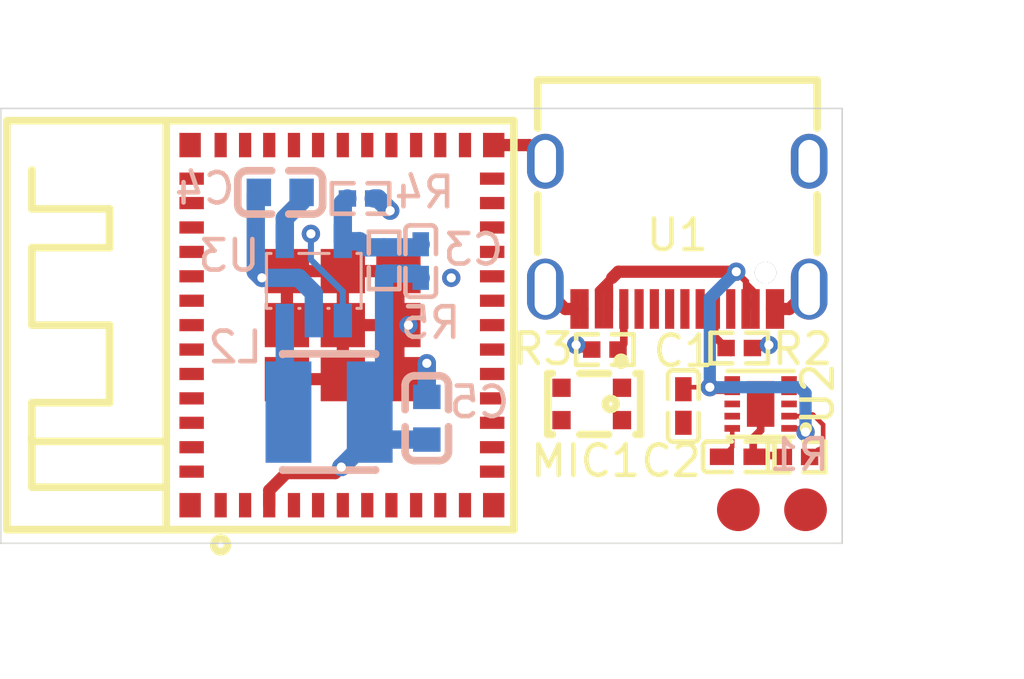
<source format=kicad_pcb>
(kicad_pcb (version 20241229) (generator "pcbnew") (generator_version "9.0")
  (layers (0 "F.Cu" signal) (2 "B.Cu" signal) (13 "F.Paste" user) (15 "B.Paste" user) (5 "F.SilkS" user "F.Silkscreen") (7 "B.SilkS" user "B.Silkscreen") (1 "F.Mask" user) (3 "B.Mask" user) (25 "Edge.Cuts" user))
  (net 0 "")
  (net 1 "OUT")
  (net 2 "NC")
  (net 3 "CHG")
  (net 4 "PG")
  (net 5 "ISET")
  (net 6 "PRETERM")
  (net 7 "TS")
  (net 8 "uc.footprint.pins[8].net-net")
  (net 9 "uc-net-5")
  (net 10 "uc-net-12")
  (net 11 "uc.footprint.pins[1].net-net")
  (net 12 "uc.footprint.pins[6].net-net")
  (net 13 "CC1")
  (net 14 "uc-net")
  (net 15 "uc-net-14")
  (net 16 "uc-net-6")
  (net 17 "uc.footprint.pins[33].net-net")
  (net 18 "uc.footprint.pins[17].net-net")
  (net 19 "uc-net-1")
  (net 20 "uc.footprint.pins[60].net-net")
  (net 21 "uc-net-7")
  (net 22 "uc-line")
  (net 23 "SUB1")
  (net 24 "uc-net-10")
  (net 25 "uc-net-4")
  (net 26 "DP1")
  (net 27 "uc.footprint.pins[28].net-net")
  (net 28 "uc-line-1")
  (net 29 "uc-net-16")
  (net 30 "uc-net-13")
  (net 31 "uc-net-9")
  (net 32 "uc.footprint.pins[13].net-net")
  (net 33 "uc.footprint.pins[58].net-net")
  (net 34 "SUB2")
  (net 35 "uc-net-15")
  (net 36 "uc-net-8")
  (net 37 "DN1")
  (net 38 "uc.footprint.pins[12].net-net")
  (net 39 "B5")
  (net 40 "uc-net-11")
  (net 41 "uc-net-2")
  (net 42 "uc-net-3")
  (net 43 "uc.footprint.pins[27].net-net")
  (net 44 "EN")
  (net 45 "SW")
  (net 46 "FB")
  (net 47 "gnd")
  (net 48 "VCC")
  (net 49 "hv")
  (net 50 "hv-1")
  (footprint "atopile:C0402-b3ef17" (layer "F.Cu") (at 88.41218 63.663949)
    (property "Reference" "C2" (at -2.21218 0.136051 180) (layer "F.SilkS"))
    (property "Value" "1µF ±10% 25V X5R")
    (fp_line (start -1.17 0.35) (end -1.17 -0.35) (stroke (width 0.15)) (layer "F.SilkS"))
    (fp_line (start -1.02 -0.5) (end -0.23 -0.5) (stroke (width 0.15)) (layer "F.SilkS"))
    (fp_line (start -0.23 0.5) (end -1.02 0.5) (stroke (width 0.15)) (layer "F.SilkS"))
    (fp_line (start 0.23 0.5) (end 1.02 0.5) (stroke (width 0.15)) (layer "F.SilkS"))
    (fp_line (start 1.02 -0.5) (end 0.23 -0.5) (stroke (width 0.15)) (layer "F.SilkS"))
    (fp_line (start 1.17 0.35) (end 1.17 -0.35) (stroke (width 0.15)) (layer "F.SilkS"))
    (fp_arc (start -1.17 -0.35) (mid -1.126066 -0.456066) (end -1.02 -0.5) (stroke (width 0.15)) (layer "F.SilkS"))
    (fp_arc (start -1.02 0.5) (mid -1.126066 0.456066) (end -1.17 0.35) (stroke (width 0.15)) (layer "F.SilkS"))
    (fp_arc (start 1.02 -0.5) (mid 1.126066 -0.456066) (end 1.17 -0.35) (stroke (width 0.15)) (layer "F.SilkS"))
    (fp_arc (start 1.17 0.35) (mid 1.126066 0.456066) (end 1.02 0.5) (stroke (width 0.15)) (layer "F.SilkS"))
    (pad "1" smd rect (at -0.55 0) (size 0.79 0.54) (layers "F.Cu" "F.Mask" "F.Paste") (net 49 "hv"))
    (pad "2" smd rect (at 0.55 0) (size 0.79 0.54) (layers "F.Cu" "F.Mask" "F.Paste") (net 47 "gnd"))
  )
  (footprint "atopile:R0402-56259e" (layer "F.Cu") (at 90.304343 63.669159 180)
    (property "Reference" "R1" (at -0.095657 0.069159 0) (layer "B.SilkS") (effects (justify mirror)))
    (property "Value" "560Ω ±1% 62.5mW")
    (fp_line (start 0.94 0.5) (end 0.94 -0.5) (stroke (width 0.15)) (layer "F.SilkS"))
    (fp_line (start 0.94 -0.5) (end 0.23 -0.5) (stroke (width 0.15)) (layer "F.SilkS"))
    (fp_line (start 0.23 0.5) (end 0.94 0.5) (stroke (width 0.15)) (layer "F.SilkS"))
    (fp_line (start -0.23 0.5) (end -0.94 0.5) (stroke (width 0.15)) (layer "F.SilkS"))
    (fp_line (start -0.94 0.5) (end -0.94 -0.5) (stroke (width 0.15)) (layer "F.SilkS"))
    (fp_line (start -0.94 -0.5) (end -0.23 -0.5) (stroke (width 0.15)) (layer "F.SilkS"))
    (pad "1" smd rect (at -0.43 0 180) (size 0.57 0.54) (layers "F.Cu" "F.Mask" "F.Paste") (net 5 "ISET"))
    (pad "2" smd rect (at 0.43 0 180) (size 0.57 0.54) (layers "F.Cu" "F.Mask" "F.Paste") (net 47 "gnd"))
  )
  (footprint "atopile:MIC-SMD_4P-L2.8-W1.9-P1.84-TL-8e01f2" (layer "F.Cu") (at 83.6 61.9325 -90)
    (property "Reference" "MIC1" (at 1.8675 0.2 180) (layer "F.SilkS"))
    (property "Value" "")
    (fp_line (start -1 1.44) (end 1 1.44) (stroke (width 0.25)) (layer "F.SilkS"))
    (fp_line (start -1 1.29) (end -1 1.44) (stroke (width 0.25)) (layer "F.SilkS"))
    (fp_line (start 1 1.29) (end 1 1.44) (stroke (width 0.25)) (layer "F.SilkS"))
    (fp_line (start -1 -0.55) (end -1 0.39) (stroke (width 0.25)) (layer "F.SilkS"))
    (fp_line (start 1 -0.55) (end 1 0.39) (stroke (width 0.25)) (layer "F.SilkS"))
    (fp_line (start -1 -1.6) (end -1 -1.45) (stroke (width 0.25)) (layer "F.SilkS"))
    (fp_line (start -1 -1.6) (end 1 -1.6) (stroke (width 0.25)) (layer "F.SilkS"))
    (fp_line (start 1 -1.6) (end 1 -1.45) (stroke (width 0.25)) (layer "F.SilkS"))
    (fp_circle (center 0 -0.62) (end 0.18 -0.62) (stroke (width 0.25)) (fill no) (layer "F.SilkS"))
    (fp_circle (center -1.4 -0.96) (end -1.27 -0.96) (stroke (width 0.25)) (fill no) (layer "F.SilkS"))
    (pad "1" smd rect (at -0.53 -0.99 270) (size 0.6 0.6) (layers "F.Cu" "F.Mask" "F.Paste") (net 1 "OUT"))
    (pad "2" smd rect (at -0.53 0.99 270) (size 0.6 0.6) (layers "F.Cu" "F.Mask" "F.Paste") (net 47 "gnd"))
    (pad "3" smd rect (at 0.53 0.99 270) (size 0.6 0.6) (layers "F.Cu" "F.Mask" "F.Paste") (net 47 "gnd"))
    (pad "4" smd rect (at 0.53 -0.99 270) (size 0.6 0.6) (layers "F.Cu" "F.Mask" "F.Paste") (net 48 "VCC"))
  )
  (footprint "atopile:R0402-56259e" (layer "F.Cu") (at 84.03 60.15 180)
    (property "Reference" "R3" (at 2.03 0.0175 0) (layer "F.SilkS"))
    (property "Value" "5.1kΩ ±1% 62.5mW")
    (fp_line (start 0.94 0.5) (end 0.94 -0.5) (stroke (width 0.15)) (layer "F.SilkS"))
    (fp_line (start 0.94 -0.5) (end 0.23 -0.5) (stroke (width 0.15)) (layer "F.SilkS"))
    (fp_line (start 0.23 0.5) (end 0.94 0.5) (stroke (width 0.15)) (layer "F.SilkS"))
    (fp_line (start -0.23 0.5) (end -0.94 0.5) (stroke (width 0.15)) (layer "F.SilkS"))
    (fp_line (start -0.94 0.5) (end -0.94 -0.5) (stroke (width 0.15)) (layer "F.SilkS"))
    (fp_line (start -0.94 -0.5) (end -0.23 -0.5) (stroke (width 0.15)) (layer "F.SilkS"))
    (pad "1" smd rect (at -0.43 0 180) (size 0.57 0.54) (layers "F.Cu" "F.Mask" "F.Paste") (net 39 "B5"))
    (pad "2" smd rect (at 0.43 0 180) (size 0.57 0.54) (layers "F.Cu" "F.Mask" "F.Paste") (net 47 "gnd"))
  )
  (footprint "atopile:WIRELM-SMD_AI-THINKER_PB-03-d07667" (layer "F.Cu") (at 75.42 59.35 90)
    (property "Reference" "L1" (hide yes))
    (property "Value" "")
    (fp_line (start 6.7 -10.97) (end 6.7 5.63) (stroke (width 0.25)) (layer "F.SilkS"))
    (fp_line (start -6.7 -10.97) (end 6.7 -10.97) (stroke (width 0.25)) (layer "F.SilkS"))
    (fp_line (start -6.7 -10.97) (end -6.7 5.63) (stroke (width 0.25)) (layer "F.SilkS"))
    (fp_line (start -3.81 -10.16) (end -3.67 -10.16) (stroke (width 0.25)) (layer "F.SilkS"))
    (fp_line (start -3.81 -10.16) (end -3.81 -10.16) (stroke (width 0.25)) (layer "F.SilkS"))
    (fp_line (start 3.81 -10.15) (end 5.08 -10.15) (stroke (width 0.25)) (layer "F.SilkS"))
    (fp_line (start 2.54 -10.15) (end 2.54 -7.61) (stroke (width 0.25)) (layer "F.SilkS"))
    (fp_line (start 0 -10.15) (end 2.54 -10.15) (stroke (width 0.25)) (layer "F.SilkS"))
    (fp_line (start -2.54 -10.15) (end -2.54 -7.61) (stroke (width 0.25)) (layer "F.SilkS"))
    (fp_line (start -5.31 -10.15) (end -2.54 -10.15) (stroke (width 0.25)) (layer "F.SilkS"))
    (fp_line (start 3.81 -7.61) (end 3.81 -10.15) (stroke (width 0.25)) (layer "F.SilkS"))
    (fp_line (start 2.54 -7.61) (end 3.81 -7.61) (stroke (width 0.25)) (layer "F.SilkS"))
    (fp_line (start 0 -7.61) (end 0 -10.15) (stroke (width 0.25)) (layer "F.SilkS"))
    (fp_line (start -2.54 -7.61) (end 0 -7.61) (stroke (width 0.25)) (layer "F.SilkS"))
    (fp_line (start -3.81 -6.35) (end -3.81 -10.16) (stroke (width 0.25)) (layer "F.SilkS"))
    (fp_line (start -3.81 -6.35) (end -3.81 -5.75) (stroke (width 0.25)) (layer "F.SilkS"))
    (fp_line (start -5.31 -5.75) (end -5.31 -10.15) (stroke (width 0.25)) (layer "F.SilkS"))
    (fp_line (start -6.7 -5.75) (end 6.7 -5.75) (stroke (width 0.25)) (layer "F.SilkS"))
    (fp_line (start -6.7 5.63) (end 6.7 5.63) (stroke (width 0.25)) (layer "F.SilkS"))
    (fp_circle (center -7.2 -3.97) (end -7.1 -3.97) (stroke (width 0.25)) (fill no) (layer "F.SilkS"))
    (pad "1" smd rect (at -5.9 -3.97 180) (size 0.4 0.8) (layers "F.Cu" "F.Mask" "F.Paste") (net 47 "gnd"))
    (pad "2" smd rect (at -5.9 -3.17 180) (size 0.4 0.8) (layers "F.Cu" "F.Mask" "F.Paste") (net 47 "gnd"))
    (pad "3" smd rect (at -5.9 -2.38 180) (size 0.4 0.8) (layers "F.Cu" "F.Mask" "F.Paste") (net 48 "VCC"))
    (pad "4" smd rect (at -5.9 -1.57 180) (size 0.4 0.8) (layers "F.Cu" "F.Mask" "F.Paste") (net 17 "uc.footprint.pins[33].net-net"))
    (pad "5" smd rect (at -5.9 -0.78 180) (size 0.4 0.8) (layers "F.Cu" "F.Mask" "F.Paste") (net 40 "uc-net-11"))
    (pad "6" smd rect (at -5.9 0.03 180) (size 0.4 0.8) (layers "F.Cu" "F.Mask" "F.Paste") (net 10 "uc-net-12"))
    (pad "7" smd rect (at -5.9 0.83 180) (size 0.4 0.8) (layers "F.Cu" "F.Mask" "F.Paste") (net 33 "uc.footprint.pins[58].net-net"))
    (pad "8" smd rect (at -5.9 1.62 180) (size 0.4 0.8) (layers "F.Cu" "F.Mask" "F.Paste") (net 36 "uc-net-8"))
    (pad "9" smd rect (at -5.9 2.43 180) (size 0.4 0.8) (layers "F.Cu" "F.Mask" "F.Paste") (net 20 "uc.footprint.pins[60].net-net"))
    (pad "10" smd rect (at -5.9 3.22 180) (size 0.4 0.8) (layers "F.Cu" "F.Mask" "F.Paste") (net 11 "uc.footprint.pins[1].net-net"))
    (pad "11" smd rect (at -5.9 4.03 180) (size 0.4 0.8) (layers "F.Cu" "F.Mask" "F.Paste") (net 47 "gnd"))
    (pad "12" smd rect (at -4.8 4.92 270) (size 0.4 0.8) (layers "F.Cu" "F.Mask" "F.Paste") (net 24 "uc-net-10"))
    (pad "13" smd rect (at -4 4.92 270) (size 0.4 0.8) (layers "F.Cu" "F.Mask" "F.Paste") (net 31 "uc-net-9"))
    (pad "14" smd rect (at -3.2 4.92 270) (size 0.4 0.8) (layers "F.Cu" "F.Mask" "F.Paste") (net 47 "gnd"))
    (pad "15" smd rect (at -2.4 4.92 270) (size 0.4 0.8) (layers "F.Cu" "F.Mask" "F.Paste") (net 12 "uc.footprint.pins[6].net-net"))
    (pad "16" smd rect (at -1.6 4.92 270) (size 0.4 0.8) (layers "F.Cu" "F.Mask" "F.Paste") (net 16 "uc-net-6"))
    (pad "17" smd rect (at -0.8 4.92 270) (size 0.4 0.8) (layers "F.Cu" "F.Mask" "F.Paste") (net 8 "uc.footprint.pins[8].net-net"))
    (pad "18" smd rect (at 0 4.92 270) (size 0.4 0.8) (layers "F.Cu" "F.Mask" "F.Paste") (net 14 "uc-net"))
    (pad "19" smd rect (at 0.8 4.92 270) (size 0.4 0.8) (layers "F.Cu" "F.Mask" "F.Paste") (net 9 "uc-net-5"))
    (pad "20" smd rect (at 1.6 4.92 270) (size 0.4 0.8) (layers "F.Cu" "F.Mask" "F.Paste") (net 38 "uc.footprint.pins[12].net-net"))
    (pad "21" smd rect (at 2.4 4.92 270) (size 0.4 0.8) (layers "F.Cu" "F.Mask" "F.Paste") (net 32 "uc.footprint.pins[13].net-net"))
    (pad "22" smd rect (at 3.2 4.92 270) (size 0.4 0.8) (layers "F.Cu" "F.Mask" "F.Paste") (net 15 "uc-net-14"))
    (pad "23" smd rect (at 4 4.92 270) (size 0.4 0.8) (layers "F.Cu" "F.Mask" "F.Paste") (net 41 "uc-net-2"))
    (pad "24" smd rect (at 4.8 4.92 270) (size 0.4 0.8) (layers "F.Cu" "F.Mask" "F.Paste") (net 35 "uc-net-15"))
    (pad "25" smd rect (at 5.9 4.03) (size 0.4 0.8) (layers "F.Cu" "F.Mask" "F.Paste") (net 18 "uc.footprint.pins[17].net-net"))
    (pad "26" smd rect (at 5.9 3.22) (size 0.4 0.8) (layers "F.Cu" "F.Mask" "F.Paste") (net 30 "uc-net-13"))
    (pad "27" smd rect (at 5.9 2.43) (size 0.4 0.8) (layers "F.Cu" "F.Mask" "F.Paste") (net 21 "uc-net-7"))
    (pad "28" smd rect (at 5.9 1.62) (size 0.4 0.8) (layers "F.Cu" "F.Mask" "F.Paste") (net 19 "uc-net-1"))
    (pad "29" smd rect (at 5.9 0.83) (size 0.4 0.8) (layers "F.Cu" "F.Mask" "F.Paste") (net 42 "uc-net-3"))
    (pad "30" smd rect (at 5.9 0.03) (size 0.4 0.8) (layers "F.Cu" "F.Mask" "F.Paste") (net 22 "uc-line"))
    (pad "31" smd rect (at 5.9 -0.78) (size 0.4 0.8) (layers "F.Cu" "F.Mask" "F.Paste") (net 28 "uc-line-1"))
    (pad "32" smd rect (at 5.9 -1.57) (size 0.4 0.8) (layers "F.Cu" "F.Mask" "F.Paste") (net 29 "uc-net-16"))
    (pad "33" smd rect (at 5.9 -2.38) (size 0.4 0.8) (layers "F.Cu" "F.Mask" "F.Paste") (net 25 "uc-net-4"))
    (pad "34" smd rect (at 5.9 -3.17) (size 0.4 0.8) (layers "F.Cu" "F.Mask" "F.Paste") (net 43 "uc.footprint.pins[27].net-net"))
    (pad "35" smd rect (at 5.9 -3.97) (size 0.4 0.8) (layers "F.Cu" "F.Mask" "F.Paste") (net 27 "uc.footprint.pins[28].net-net"))
    (pad "36" smd rect (at 4.8 -4.92 90) (size 0.4 0.8) (layers "F.Cu" "F.Mask" "F.Paste") (net 47 "gnd"))
    (pad "37" smd rect (at 4 -4.92 90) (size 0.4 0.8) (layers "F.Cu" "F.Mask" "F.Paste") (net 47 "gnd"))
    (pad "38" smd rect (at 3.2 -4.92 90) (size 0.4 0.8) (layers "F.Cu" "F.Mask" "F.Paste") (net 47 "gnd"))
    (pad "39" smd rect (at 2.4 -4.92 90) (size 0.4 0.8) (layers "F.Cu" "F.Mask" "F.Paste") (net 47 "gnd"))
    (pad "40" smd rect (at 1.6 -4.92 90) (size 0.4 0.8) (layers "F.Cu" "F.Mask" "F.Paste") (net 47 "gnd"))
    (pad "41" smd rect (at 0.8 -4.92 90) (size 0.4 0.8) (layers "F.Cu" "F.Mask" "F.Paste") (net 47 "gnd"))
    (pad "42" smd rect (at 0 -4.92 90) (size 0.4 0.8) (layers "F.Cu" "F.Mask" "F.Paste") (net 47 "gnd"))
    (pad "43" smd rect (at -0.8 -4.92 90) (size 0.4 0.8) (layers "F.Cu" "F.Mask" "F.Paste") (net 47 "gnd"))
    (pad "44" smd rect (at -1.6 -4.92 90) (size 0.4 0.8) (layers "F.Cu" "F.Mask" "F.Paste") (net 47 "gnd"))
    (pad "45" smd rect (at -2.4 -4.92 90) (size 0.4 0.8) (layers "F.Cu" "F.Mask" "F.Paste") (net 47 "gnd"))
    (pad "46" smd rect (at -3.2 -4.92 90) (size 0.4 0.8) (layers "F.Cu" "F.Mask" "F.Paste") (net 47 "gnd"))
    (pad "47" smd rect (at -4 -4.92 90) (size 0.4 0.8) (layers "F.Cu" "F.Mask" "F.Paste") (net 47 "gnd"))
    (pad "48" smd rect (at -4.8 -4.92 90) (size 0.4 0.8) (layers "F.Cu" "F.Mask" "F.Paste") (net 47 "gnd"))
    (pad "49" smd rect (at 0 0.03 90) (size 1.45 1.45) (layers "F.Cu" "F.Mask" "F.Paste") (net 47 "gnd"))
    (pad "50" smd rect (at 5.9 -4.97 180) (size 0.7 0.8) (layers "F.Cu" "F.Mask" "F.Paste") (net 47 "gnd"))
    (pad "51" smd rect (at 5.9 4.97 180) (size 0.7 0.8) (layers "F.Cu" "F.Mask" "F.Paste") (net 47 "gnd"))
    (pad "52" smd rect (at -5.9 4.97 180) (size 0.7 0.8) (layers "F.Cu" "F.Mask" "F.Paste") (net 47 "gnd"))
    (pad "53" smd rect (at -5.9 -4.97 180) (size 0.7 0.8) (layers "F.Cu" "F.Mask" "F.Paste") (net 47 "gnd"))
    (pad "54" smd rect (at -1.77 0.03 90) (size 1.45 1.45) (layers "F.Cu" "F.Mask" "F.Paste") (net 47 "gnd"))
    (pad "55" smd rect (at -1.77 -1.8 90) (size 1.45 1.45) (layers "F.Cu" "F.Mask" "F.Paste") (net 47 "gnd"))
    (pad "56" smd rect (at 0 -1.8 90) (size 1.45 1.45) (layers "F.Cu" "F.Mask" "F.Paste") (net 47 "gnd"))
    (pad "57" smd rect (at 1.77 -1.8 90) (size 1.45 1.45) (layers "F.Cu" "F.Mask" "F.Paste") (net 47 "gnd"))
    (pad "58" smd rect (at 1.77 0.03 90) (size 1.45 1.45) (layers "F.Cu" "F.Mask" "F.Paste") (net 47 "gnd"))
    (pad "59" smd rect (at -1.77 1.85 90) (size 1.45 1.45) (layers "F.Cu" "F.Mask" "F.Paste") (net 47 "gnd"))
    (pad "60" smd rect (at 0 1.85 90) (size 1.45 1.45) (layers "F.Cu" "F.Mask" "F.Paste") (net 47 "gnd"))
    (pad "61" smd rect (at 1.77 1.85 90) (size 1.45 1.45) (layers "F.Cu" "F.Mask" "F.Paste") (net 47 "gnd"))
  )
  (footprint "atopile:R0402-56259e" (layer "F.Cu") (at 88.43 60.1)
    (property "Reference" "R2" (at 2.07 0.0325 0) (layer "F.SilkS"))
    (property "Value" "5.1kΩ ±1% 62.5mW")
    (fp_line (start -0.94 -0.5) (end -0.23 -0.5) (stroke (width 0.15)) (layer "F.SilkS"))
    (fp_line (start -0.94 0.5) (end -0.94 -0.5) (stroke (width 0.15)) (layer "F.SilkS"))
    (fp_line (start -0.23 0.5) (end -0.94 0.5) (stroke (width 0.15)) (layer "F.SilkS"))
    (fp_line (start 0.23 0.5) (end 0.94 0.5) (stroke (width 0.15)) (layer "F.SilkS"))
    (fp_line (start 0.94 -0.5) (end 0.23 -0.5) (stroke (width 0.15)) (layer "F.SilkS"))
    (fp_line (start 0.94 0.5) (end 0.94 -0.5) (stroke (width 0.15)) (layer "F.SilkS"))
    (pad "1" smd rect (at -0.43 0) (size 0.57 0.54) (layers "F.Cu" "F.Mask" "F.Paste") (net 13 "CC1"))
    (pad "2" smd rect (at 0.43 0) (size 0.57 0.54) (layers "F.Cu" "F.Mask" "F.Paste") (net 47 "gnd"))
  )
  (footprint "atopile:C0402-b3ef17" (layer "F.Cu") (at 86.6 62 -90)
    (property "Reference" "C1" (at -1.8 0 180) (layer "F.SilkS"))
    (property "Value" "1µF ±10% 25V X5R")
    (fp_line (start -0.23 0.5) (end -1.02 0.5) (stroke (width 0.15)) (layer "F.SilkS"))
    (fp_line (start 0.23 0.5) (end 1.02 0.5) (stroke (width 0.15)) (layer "F.SilkS"))
    (fp_line (start -1.17 0.35) (end -1.17 -0.35) (stroke (width 0.15)) (layer "F.SilkS"))
    (fp_line (start 1.17 0.35) (end 1.17 -0.35) (stroke (width 0.15)) (layer "F.SilkS"))
    (fp_line (start -1.02 -0.5) (end -0.23 -0.5) (stroke (width 0.15)) (layer "F.SilkS"))
    (fp_line (start 1.02 -0.5) (end 0.23 -0.5) (stroke (width 0.15)) (layer "F.SilkS"))
    (fp_arc (start -1.02 0.5) (mid -1.126066 0.456066) (end -1.17 0.35) (stroke (width 0.15)) (layer "F.SilkS"))
    (fp_arc (start 1.17 0.35) (mid 1.126066 0.456066) (end 1.02 0.5) (stroke (width 0.15)) (layer "F.SilkS"))
    (fp_arc (start -1.17 -0.35) (mid -1.126066 -0.456066) (end -1.02 -0.5) (stroke (width 0.15)) (layer "F.SilkS"))
    (fp_arc (start 1.02 -0.5) (mid 1.126066 -0.456066) (end 1.17 -0.35) (stroke (width 0.15)) (layer "F.SilkS"))
    (pad "1" smd rect (at -0.55 0 270) (size 0.79 0.54) (layers "F.Cu" "F.Mask" "F.Paste") (net 50 "hv-1"))
    (pad "2" smd rect (at 0.55 0 270) (size 0.79 0.54) (layers "F.Cu" "F.Mask" "F.Paste") (net 47 "gnd"))
  )
  (footprint "lib:WSON-10_L2.0-W2.0-P0.40-BL-EP" (layer "F.Cu") (at 89.13 61.9325 90)
    (property "Reference" "U2" (at 0.3325 1.87 90) (layer "F.SilkS"))
    (property "Value" "")
    (fp_line (start 1.08 -1.08) (end 1.08 1.08) (stroke (width 0.15)) (layer "F.SilkS"))
    (fp_line (start -1.08 1.08) (end -1.08 -1.08) (stroke (width 0.15)) (layer "F.SilkS"))
    (fp_circle (center -0.8 1.48) (end -0.7 1.48) (stroke (width 0.2)) (fill no) (layer "F.SilkS"))
    (pad "1" smd rect (at -0.8 0.93 90) (size 0.22 0.51) (layers "F.Cu" "F.Mask" "F.Paste") (net 50 "hv-1"))
    (pad "2" smd rect (at -0.4 0.93 90) (size 0.22 0.51) (layers "F.Cu" "F.Mask" "F.Paste") (net 5 "ISET"))
    (pad "3" smd rect (at 0 0.93 90) (size 0.22 0.51) (layers "F.Cu" "F.Mask" "F.Paste") (net 47 "gnd"))
    (pad "4" smd rect (at 0.4 0.93 90) (size 0.22 0.51) (layers "F.Cu" "F.Mask" "F.Paste") (net 6 "PRETERM"))
    (pad "5" smd rect (at 0.8 0.93 90) (size 0.22 0.51) (layers "F.Cu" "F.Mask" "F.Paste") (net 4 "PG"))
    (pad "6" smd rect (at 0.8 -0.93 90) (size 0.22 0.51) (layers "F.Cu" "F.Mask" "F.Paste") (net 2 "NC"))
    (pad "7" smd rect (at 0.4 -0.93 90) (size 0.22 0.51) (layers "F.Cu" "F.Mask" "F.Paste") (net 50 "hv-1"))
    (pad "8" smd rect (at 0 -0.93 90) (size 0.22 0.51) (layers "F.Cu" "F.Mask" "F.Paste") (net 3 "CHG"))
    (pad "9" smd rect (at -0.4 -0.93 90) (size 0.22 0.51) (layers "F.Cu" "F.Mask" "F.Paste") (net 7 "TS"))
    (pad "10" smd rect (at -0.8 -0.93 90) (size 0.22 0.51) (layers "F.Cu" "F.Mask" "F.Paste") (net 49 "hv"))
    (pad "11" smd rect (at 0 0 90) (size 1.5 0.9) (layers "F.Cu" "F.Mask" "F.Paste") (net 47 "gnd"))
  )
  (footprint "lib:USB-C-SMD_KH-TYPE-C-16P" (layer "F.Cu") (at 86.4 56.4 180)
    (property "Reference" "U1" (at 0 0 0) (layer "F.SilkS"))
    (property "Value" "")
    (fp_line (start 4.57 5.08) (end 4.57 3.51) (stroke (width 0.25)) (layer "F.SilkS"))
    (fp_line (start 4.57 1.32) (end 4.57 -0.57) (stroke (width 0.25)) (layer "F.SilkS"))
    (fp_line (start -4.58 5.08) (end 4.57 5.08) (stroke (width 0.25)) (layer "F.SilkS"))
    (fp_line (start -4.58 3.51) (end -4.58 5.08) (stroke (width 0.25)) (layer "F.SilkS"))
    (fp_line (start -4.58 -0.57) (end -4.58 1.32) (stroke (width 0.25)) (layer "F.SilkS"))
    (pad "" thru_hole circle (at -2.89 -1.23 180) (size 0.7 0.7) (drill 0.7) (layers "*.Cu" "*.Mask"))
    (pad "" thru_hole circle (at -2.89 -1.23 180) (size 0.7 0.7) (drill 0.7) (layers "*.Cu" "*.Mask"))
    (pad "1" thru_hole oval (at -4.32 -1.77 180) (size 1.2 2) (drill oval 0.700024 1.699997) (layers "*.Cu" "*.Mask") (net 47 "gnd"))
    (pad "2" thru_hole oval (at 4.32 -1.77 180) (size 1.2 2) (drill oval 0.700024 1.699997) (layers "*.Cu" "*.Mask") (net 47 "gnd"))
    (pad "3" thru_hole oval (at -4.32 2.42 180) (size 1.2 1.8) (drill oval 0.700024 1.399997) (layers "*.Cu" "*.Mask") (net 47 "gnd"))
    (pad "4" thru_hole oval (at 4.32 2.42 180) (size 1.2 1.8) (drill oval 0.700024 1.399997) (layers "*.Cu" "*.Mask") (net 47 "gnd"))
    (pad "A1" smd rect (at -3.35 -2.42 180) (size 0.3 1.3) (layers "F.Cu" "F.Mask" "F.Paste") (net 47 "gnd"))
    (pad "A4" smd rect (at -2.55 -2.42 180) (size 0.3 1.3) (layers "F.Cu" "F.Mask" "F.Paste") (net 50 "hv-1"))
    (pad "A5" smd rect (at -1.25 -2.42 180) (size 0.3 1.3) (layers "F.Cu" "F.Mask" "F.Paste") (net 13 "CC1"))
    (pad "A6" smd rect (at -0.25 -2.42 180) (size 0.3 1.3) (layers "F.Cu" "F.Mask" "F.Paste") (net 26 "DP1"))
    (pad "A7" smd rect (at 0.25 -2.42 180) (size 0.3 1.3) (layers "F.Cu" "F.Mask" "F.Paste") (net 37 "DN1"))
    (pad "A8" smd rect (at 1.25 -2.42 180) (size 0.3 1.3) (layers "F.Cu" "F.Mask" "F.Paste") (net 23 "SUB1"))
    (pad "A9" smd rect (at 2.55 -2.41 180) (size 0.3 1.3) (layers "F.Cu" "F.Mask" "F.Paste") (net 50 "hv-1"))
    (pad "A12" smd rect (at 3.35 -2.42 180) (size 0.3 1.3) (layers "F.Cu" "F.Mask" "F.Paste") (net 47 "gnd"))
    (pad "B1" smd rect (at 3.05 -2.42 180) (size 0.3 1.3) (layers "F.Cu" "F.Mask" "F.Paste") (net 47 "gnd"))
    (pad "B4" smd rect (at 2.25 -2.41 180) (size 0.3 1.3) (layers "F.Cu" "F.Mask" "F.Paste") (net 50 "hv-1"))
    (pad "B5" smd rect (at 1.75 -2.42 180) (size 0.3 1.3) (layers "F.Cu" "F.Mask" "F.Paste") (net 39 "B5"))
    (pad "B6" smd rect (at 0.75 -2.42 180) (size 0.3 1.3) (layers "F.Cu" "F.Mask" "F.Paste") (net 26 "DP1"))
    (pad "B7" smd rect (at -0.75 -2.42 180) (size 0.3 1.3) (layers "F.Cu" "F.Mask" "F.Paste") (net 37 "DN1"))
    (pad "B8" smd rect (at -1.75 -2.42 180) (size 0.3 1.3) (layers "F.Cu" "F.Mask" "F.Paste") (net 34 "SUB2"))
    (pad "B9" smd rect (at -2.25 -2.42 180) (size 0.3 1.3) (layers "F.Cu" "F.Mask" "F.Paste") (net 50 "hv-1"))
    (pad "B12" smd rect (at -3.05 -2.42 180) (size 0.3 1.3) (layers "F.Cu" "F.Mask" "F.Paste") (net 47 "gnd"))
  )
  (footprint "atopile:R0402-56259e" (layer "B.Cu") (at 76.03 55.2)
    (property "Reference" "R4" (at 2.095 -0.2 180) (layer "B.SilkS") (effects (justify mirror)))
    (property "Value" "200kΩ ±1% 62.5mW")
    (fp_line (start -0.94 -0.5) (end -0.94 0.5) (stroke (width 0.15)) (layer "B.SilkS"))
    (fp_line (start -0.94 0.5) (end -0.23 0.5) (stroke (width 0.15)) (layer "B.SilkS"))
    (fp_line (start -0.23 -0.5) (end -0.94 -0.5) (stroke (width 0.15)) (layer "B.SilkS"))
    (fp_line (start 0.23 -0.5) (end 0.94 -0.5) (stroke (width 0.15)) (layer "B.SilkS"))
    (fp_line (start 0.94 -0.5) (end 0.94 0.5) (stroke (width 0.15)) (layer "B.SilkS"))
    (fp_line (start 0.94 0.5) (end 0.23 0.5) (stroke (width 0.15)) (layer "B.SilkS"))
    (pad "1" smd rect (at -0.43 0) (size 0.57 0.54) (layers "B.Cu" "B.Mask" "B.Paste") (net 46 "FB"))
    (pad "2" smd rect (at 0.43 0) (size 0.57 0.54) (layers "B.Cu" "B.Mask" "B.Paste") (net 47 "gnd"))
  )
  (footprint "atopile:SOT-23-5_L3.0-W1.7-P0.95-LS2.8-BR-9d80aa" (layer "B.Cu") (at 74.5 57.9 -90)
    (property "Reference" "U3" (hide yes))
    (property "Value" "")
    (fp_line (start -0.9 1.55) (end 0.9 1.55) (stroke (width 0.1)) (layer "B.SilkS"))
    (fp_line (start -0.9 1.55) (end -0.9 1.4) (stroke (width 0.1)) (layer "B.SilkS"))
    (fp_line (start 0.9 1.55) (end 0.9 1.4) (stroke (width 0.1)) (layer "B.SilkS"))
    (fp_line (start -0.9 0.49) (end -0.9 -0.5) (stroke (width 0.1)) (layer "B.SilkS"))
    (fp_line (start 0.9 0.49) (end 0.9 0.45) (stroke (width 0.1)) (layer "B.SilkS"))
    (fp_line (start 0.9 -0.46) (end 0.9 -0.5) (stroke (width 0.1)) (layer "B.SilkS"))
    (fp_line (start -0.9 -1.41) (end -0.9 -1.55) (stroke (width 0.1)) (layer "B.SilkS"))
    (fp_line (start 0.9 -1.41) (end 0.9 -1.55) (stroke (width 0.1)) (layer "B.SilkS"))
    (fp_line (start -0.9 -1.55) (end 0.9 -1.55) (stroke (width 0.1)) (layer "B.SilkS"))
    (fp_text user "${REFERENCE}" (at -0.825 2.775 0) (layer "B.SilkS") (effects (justify mirror)))
    (pad "1" smd rect (at 1.3 -0.95 270) (size 1.1 0.6) (layers "B.Cu" "B.Mask" "B.Paste") (net 44 "EN"))
    (pad "2" smd rect (at 1.3 0 270) (size 1.1 0.6) (layers "B.Cu" "B.Mask" "B.Paste") (net 47 "gnd"))
    (pad "3" smd rect (at 1.3 0.95 270) (size 1.1 0.6) (layers "B.Cu" "B.Mask" "B.Paste") (net 45 "SW"))
    (pad "4" smd rect (at -1.3 0.95 270) (size 1.1 0.6) (layers "B.Cu" "B.Mask" "B.Paste") (net 49 "hv"))
    (pad "5" smd rect (at -1.3 -0.95 270) (size 1.1 0.6) (layers "B.Cu" "B.Mask" "B.Paste") (net 46 "FB"))
  )
  (footprint "atopile:C0402-b3ef17" (layer "B.Cu") (at 78 57.25 90)
    (property "Reference" "C3" (at 0.375 1.725 180) (layer "B.SilkS") (effects (justify mirror)))
    (property "Value" "100nF ±10% 16V X7R")
    (fp_line (start 0.23 -0.5) (end 1.02 -0.5) (stroke (width 0.15)) (layer "B.SilkS"))
    (fp_line (start -0.23 -0.5) (end -1.02 -0.5) (stroke (width 0.15)) (layer "B.SilkS"))
    (fp_line (start 1.17 -0.35) (end 1.17 0.35) (stroke (width 0.15)) (layer "B.SilkS"))
    (fp_line (start -1.17 -0.35) (end -1.17 0.35) (stroke (width 0.15)) (layer "B.SilkS"))
    (fp_line (start 1.02 0.5) (end 0.23 0.5) (stroke (width 0.15)) (layer "B.SilkS"))
    (fp_line (start -1.02 0.5) (end -0.23 0.5) (stroke (width 0.15)) (layer "B.SilkS"))
    (fp_arc (start 1.02 -0.5) (mid 1.126066 -0.456066) (end 1.17 -0.35) (stroke (width 0.15)) (layer "B.SilkS"))
    (fp_arc (start -1.17 -0.35) (mid -1.126066 -0.456066) (end -1.02 -0.5) (stroke (width 0.15)) (layer "B.SilkS"))
    (fp_arc (start 1.17 0.35) (mid 1.126066 0.456066) (end 1.02 0.5) (stroke (width 0.15)) (layer "B.SilkS"))
    (fp_arc (start -1.02 0.5) (mid -1.126066 0.456066) (end -1.17 0.35) (stroke (width 0.15)) (layer "B.SilkS"))
    (pad "1" smd rect (at -0.55 0 90) (size 0.79 0.54) (layers "B.Cu" "B.Mask" "B.Paste") (net 48 "VCC"))
    (pad "2" smd rect (at 0.55 0 90) (size 0.79 0.54) (layers "B.Cu" "B.Mask" "B.Paste") (net 46 "FB"))
  )
  (footprint "atopile:C0603-bd72f6" (layer "B.Cu") (at 73.4 55 180)
    (property "Reference" "C4" (hide yes))
    (property "Value" "100nF ±10% 50V X7R")
    (fp_line (start 1.39 0.4) (end 1.39 -0.4) (stroke (width 0.25)) (layer "B.SilkS"))
    (fp_line (start 0.28 0.71) (end 1.08 0.71) (stroke (width 0.25)) (layer "B.SilkS"))
    (fp_line (start 0.28 -0.71) (end 1.08 -0.71) (stroke (width 0.25)) (layer "B.SilkS"))
    (fp_line (start -0.28 0.71) (end -1.08 0.71) (stroke (width 0.25)) (layer "B.SilkS"))
    (fp_line (start -0.28 -0.71) (end -1.08 -0.71) (stroke (width 0.25)) (layer "B.SilkS"))
    (fp_line (start -1.39 -0.4) (end -1.39 0.4) (stroke (width 0.25)) (layer "B.SilkS"))
    (fp_arc (start 1.39 0.4) (mid 1.299203 0.619203) (end 1.08 0.71) (stroke (width 0.25)) (layer "B.SilkS"))
    (fp_arc (start 1.08 -0.71) (mid 1.299203 -0.619203) (end 1.39 -0.4) (stroke (width 0.25)) (layer "B.SilkS"))
    (fp_arc (start -1.08 0.71) (mid -1.299203 0.619203) (end -1.39 0.4) (stroke (width 0.25)) (layer "B.SilkS"))
    (fp_arc (start -1.39 -0.4) (mid -1.299203 -0.619203) (end -1.08 -0.71) (stroke (width 0.25)) (layer "B.SilkS"))
    (fp_text user "${REFERENCE}" (at 2.475 0.125 0) (layer "B.SilkS") (effects (justify mirror)))
    (pad "1" smd rect (at -0.7 0 180) (size 0.8 0.9) (layers "B.Cu" "B.Mask" "B.Paste") (net 49 "hv"))
    (pad "2" smd rect (at 0.7 0 180) (size 0.8 0.9) (layers "B.Cu" "B.Mask" "B.Paste") (net 47 "gnd"))
  )
  (footprint "atopile:R0402-56259e" (layer "B.Cu") (at 76.8 57.23 90)
    (property "Reference" "R5" (hide yes))
    (property "Value" "909kΩ ±1% 62.5mW")
    (fp_line (start 0.94 -0.5) (end 0.94 0.5) (stroke (width 0.15)) (layer "B.SilkS"))
    (fp_line (start 0.23 -0.5) (end 0.94 -0.5) (stroke (width 0.15)) (layer "B.SilkS"))
    (fp_line (start -0.23 -0.5) (end -0.94 -0.5) (stroke (width 0.15)) (layer "B.SilkS"))
    (fp_line (start -0.94 -0.5) (end -0.94 0.5) (stroke (width 0.15)) (layer "B.SilkS"))
    (fp_line (start 0.94 0.5) (end 0.23 0.5) (stroke (width 0.15)) (layer "B.SilkS"))
    (fp_line (start -0.94 0.5) (end -0.23 0.5) (stroke (width 0.15)) (layer "B.SilkS"))
    (fp_text user "${REFERENCE}" (at -2.045 1.525 180) (layer "B.SilkS") (effects (justify mirror)))
    (pad "1" smd rect (at -0.43 0 90) (size 0.57 0.54) (layers "B.Cu" "B.Mask" "B.Paste") (net 48 "VCC"))
    (pad "2" smd rect (at 0.43 0 90) (size 0.57 0.54) (layers "B.Cu" "B.Mask" "B.Paste") (net 46 "FB"))
  )
  (footprint "atopile:C0603-bd72f6" (layer "B.Cu") (at 78.2 62.4 90)
    (property "Reference" "C5" (hide yes))
    (property "Value" "100nF ±10% 50V X7R")
    (fp_line (start 0.28 -0.71) (end 1.08 -0.71) (stroke (width 0.25)) (layer "B.SilkS"))
    (fp_line (start -0.28 -0.71) (end -1.08 -0.71) (stroke (width 0.25)) (layer "B.SilkS"))
    (fp_line (start -1.39 -0.4) (end -1.39 0.4) (stroke (width 0.25)) (layer "B.SilkS"))
    (fp_line (start 1.39 0.4) (end 1.39 -0.4) (stroke (width 0.25)) (layer "B.SilkS"))
    (fp_line (start 0.28 0.71) (end 1.08 0.71) (stroke (width 0.25)) (layer "B.SilkS"))
    (fp_line (start -0.28 0.71) (end -1.08 0.71) (stroke (width 0.25)) (layer "B.SilkS"))
    (fp_arc (start 1.08 -0.71) (mid 1.299203 -0.619203) (end 1.39 -0.4) (stroke (width 0.25)) (layer "B.SilkS"))
    (fp_arc (start -1.39 -0.4) (mid -1.299203 -0.619203) (end -1.08 -0.71) (stroke (width 0.25)) (layer "B.SilkS"))
    (fp_arc (start 1.39 0.4) (mid 1.299203 0.619203) (end 1.08 0.71) (stroke (width 0.25)) (layer "B.SilkS"))
    (fp_arc (start -1.08 0.71) (mid -1.299203 0.619203) (end -1.39 0.4) (stroke (width 0.25)) (layer "B.SilkS"))
    (fp_text user "${REFERENCE}" (at 0.525 1.725 180) (layer "B.SilkS") (effects (justify mirror)))
    (pad "1" smd rect (at -0.7 0 90) (size 0.8 0.9) (layers "B.Cu" "B.Mask" "B.Paste") (net 48 "VCC"))
    (pad "2" smd rect (at 0.7 0 90) (size 0.8 0.9) (layers "B.Cu" "B.Mask" "B.Paste") (net 47 "gnd"))
  )
  (footprint "atopile:IND-SMD_L3.0-W3.0-a13401" (layer "B.Cu") (at 75 62.2 180)
    (property "Reference" "L2" (at 3.075 2.125 180) (layer "B.SilkS") (effects (justify mirror)))
    (property "Value" "")
    (fp_line (start 1.52 1.91) (end 1.52 1.89) (stroke (width 0.25)) (layer "B.SilkS"))
    (fp_line (start 1.52 -1.89) (end 1.52 -1.9) (stroke (width 0.25)) (layer "B.SilkS"))
    (fp_line (start -1.52 1.91) (end 1.52 1.91) (stroke (width 0.25)) (layer "B.SilkS"))
    (fp_line (start -1.52 1.89) (end -1.52 1.91) (stroke (width 0.25)) (layer "B.SilkS"))
    (fp_line (start -1.52 -1.9) (end 1.52 -1.9) (stroke (width 0.25)) (layer "B.SilkS"))
    (fp_line (start -1.52 -1.9) (end -1.52 -1.89) (stroke (width 0.25)) (layer "B.SilkS"))
    (pad "1" smd rect (at 1.33 0 180) (size 1.5 3.32) (layers "B.Cu" "B.Mask" "B.Paste") (net 45 "SW"))
    (pad "2" smd rect (at -1.33 0 180) (size 1.5 3.32) (layers "B.Cu" "B.Mask" "B.Paste") (net 48 "VCC"))
  )
  (gr_circle (center 88.4 65.4) (end 88.4 64.8) (stroke (width 0.2)) (fill yes) (layer "F.Cu"))
  (gr_circle (center 90.6 65.4) (end 90.6 64.8) (stroke (width 0.2)) (fill yes) (layer "F.Cu"))
  (gr_line (start 91.75 66.5) (end 64.25 66.5) (stroke (width 0.05)) (layer "Edge.Cuts"))
  (gr_line (start 91.8 52.25) (end 91.8 66.5) (stroke (width 0.05)) (layer "Edge.Cuts"))
  (gr_line (start 91.8 66.5) (end 91.75 66.5) (stroke (width 0.05)) (layer "Edge.Cuts"))
  (gr_line (start 64.25 66.5) (end 64.25 52.25) (stroke (width 0.05)) (layer "Edge.Cuts"))
  (gr_line (start 64.25 52.25) (end 91.8 52.25) (stroke (width 0.05)) (layer "Edge.Cuts"))
  (segment (start 88.196632 61.929132) (end 88.2 61.9325) (width 0.15) (layer "F.Cu") (net 3))
  (via (at 78.2 60.6) (size 0.6) (drill 0.3) (layers "F.Cu" "B.Cu") (net 3))
  (segment (start 90.839833 62.279432) (end 90.59 62.279432) (width 0.15) (layer "F.Cu") (net 5))
  (segment (start 90.813632 63.622613) (end 91.01 63.426245) (width 0.15) (layer "F.Cu") (net 5))
  (segment (start 90.59 62.279432) (end 90.536932 62.3325) (width 0.15) (layer "F.Cu") (net 5))
  (segment (start 91.17666 62.616259) (end 90.839833 62.279432) (width 0.15) (layer "F.Cu") (net 5))
  (segment (start 90.536932 62.3325) (end 90.06 62.3325) (width 0.15) (layer "F.Cu") (net 5))
  (segment (start 91.17666 63.306842) (end 91.17666 62.616259) (width 0.15) (layer "F.Cu") (net 5))
  (segment (start 90.814343 63.669159) (end 91.17666 63.306842) (width 0.15) (layer "F.Cu") (net 5))
  (segment (start 87.65 58.82) (end 87.626 58.844) (width 0.25) (layer "F.Cu") (net 13))
  (segment (start 87.626 59.726) (end 88.15 60.25) (width 0.25) (layer "F.Cu") (net 13))
  (segment (start 87.626 58.844) (end 87.626 59.726) (width 0.25) (layer "F.Cu") (net 13))
  (segment (start 84.626 58.844) (end 84.65 58.82) (width 0.25) (layer "F.Cu") (net 39))
  (segment (start 84.46 60.15) (end 84.65 59.96) (width 0.2) (layer "F.Cu") (net 39))
  (segment (start 84.65 58.82) (end 84.65 59.96) (width 0.25) (layer "F.Cu") (net 39))
  (via (at 74.405003 56.358612) (size 0.6) (drill 0.3) (layers "F.Cu" "B.Cu") (net 44))
  (segment (start 74.405003 56.358612) (end 74.405003 57.205003) (width 0.2) (layer "B.Cu") (net 44))
  (segment (start 75.45 58.25) (end 75.45 59.2) (width 0.2) (layer "B.Cu") (net 44))
  (segment (start 74.405003 57.205003) (end 75.45 58.25) (width 0.2) (layer "B.Cu") (net 44))
  (segment (start 73.55 62.08) (end 73.67 62.2) (width 0.6) (layer "B.Cu") (net 45))
  (segment (start 73.55 59.2) (end 73.55 62.08) (width 0.6) (layer "B.Cu") (net 45))
  (segment (start 76 56.6) (end 76.2 56.8) (width 0.6) (layer "B.Cu") (net 46))
  (segment (start 76.8 56.8) (end 77.9 56.8) (width 0.6) (layer "B.Cu") (net 46))
  (segment (start 75.45 56.6) (end 76 56.6) (width 0.6) (layer "B.Cu") (net 46))
  (segment (start 75.45 55.35) (end 75.6 55.2) (width 0.6) (layer "B.Cu") (net 46))
  (segment (start 75.45 56.6) (end 75.45 55.35) (width 0.6) (layer "B.Cu") (net 46))
  (segment (start 77.9 56.8) (end 78 56.7) (width 0.6) (layer "B.Cu") (net 46))
  (segment (start 76.2 56.8) (end 76.8 56.8) (width 0.6) (layer "B.Cu") (net 46))
  (segment (start 89.4 60) (end 89.3 60.1) (width 0.2) (layer "F.Cu") (net 47))
  (segment (start 73.02 57.58) (end 72.8 57.8) (width 0.4) (layer "F.Cu") (net 47))
  (segment (start 75.45 59.35) (end 77.27 59.35) (width 0.4) (layer "F.Cu") (net 47))
  (segment (start 81.55 53.45) (end 82.08 53.98) (width 0.4) (layer "F.Cu") (net 47))
  (segment (start 89.13 61.9325) (end 89.13 62.797155) (width 0.25) (layer "F.Cu") (net 47))
  (segment (start 89.3 60.1) (end 88.96 60.1) (width 0.2) (layer "F.Cu") (net 47))
  (segment (start 89.75 58.82) (end 89.501 58.82) (width 0.4) (layer "F.Cu") (net 47))
  (segment (start 75.45 59.35) (end 75.45 61.12) (width 0.4) (layer "F.Cu") (net 47))
  (segment (start 89.793632 63.622613) (end 88.89128 63.622613) (width 0.25) (layer "F.Cu") (net 47))
  (segment (start 75.45 61.12) (end 73.62 61.12) (width 0.4) (layer "F.Cu") (net 47))
  (segment (start 81 53.45) (end 81.55 53.45) (width 0.4) (layer "F.Cu") (net 47))
  (segment (start 77.27 59.35) (end 77.27 61.12) (width 0.4) (layer "F.Cu") (net 47))
  (segment (start 77.27 57.58) (end 75.45 57.58) (width 0.4) (layer "F.Cu") (net 47))
  (segment (start 90.07 58.82) (end 90.72 58.17) (width 0.4) (layer "F.Cu") (net 47))
  (segment (start 77.27 61.12) (end 75.45 61.12) (width 0.4) (layer "F.Cu") (net 47))
  (segment (start 83.05 58.82) (end 82.73 58.82) (width 0.4) (layer "F.Cu") (net 47))
  (segment (start 88.89128 63.622613) (end 88.885383 63.616716) (width 0.25) (layer "F.Cu") (net 47))
  (segment (start 73.62 57.58) (end 73.02 57.58) (width 0.4) (layer "F.Cu") (net 47))
  (segment (start 73.62 59.35) (end 75.45 59.35) (width 0.4) (layer "F.Cu") (net 47))
  (segment (start 88.87283 61.67533) (end 89.13 61.9325) (width 0.25) (layer "F.Cu") (net 47))
  (segment (start 75.45 57.58) (end 73.62 57.58) (width 0.4) (layer "F.Cu") (net 47))
  (segment (start 77.27 57.58) (end 77.27 59.35) (width 0.4) (layer "F.Cu") (net 47))
  (segment (start 83.24 60.15) (end 83.09 60) (width 0.2) (layer "F.Cu") (net 47))
  (segment (start 73.62 57.58) (end 73.62 59.35) (width 0.4) (layer "F.Cu") (net 47))
  (segment (start 89.13 62.797155) (end 88.885383 63.041772) (width 0.25) (layer "F.Cu") (net 47))
  (segment (start 83.05 58.82) (end 83.299 58.82) (width 0.4) (layer "F.Cu") (net 47))
  (segment (start 88.885383 63.041772) (end 88.885383 63.616716) (width 0.25) (layer "F.Cu") (net 47))
  (segment (start 75.45 57.58) (end 75.45 59.35) (width 0.4) (layer "F.Cu") (net 47))
  (segment (start 73.62 59.35) (end 73.62 61.12) (width 0.4) (layer "F.Cu") (net 47))
  (segment (start 82.73 58.82) (end 82.08 58.17) (width 0.4) (layer "F.Cu") (net 47))
  (segment (start 83.6 60.15) (end 83.24 60.15) (width 0.2) (layer "F.Cu") (net 47))
  (segment (start 89.75 58.82) (end 90.07 58.82) (width 0.4) (layer "F.Cu") (net 47))
  (segment (start 80.39 53.45) (end 81 53.45) (width 0.4) (layer "F.Cu") (net 47))
  (via (at 77.6 59.35) (size 0.6) (drill 0.3) (layers "F.Cu" "B.Cu") (net 47))
  (via (at 77 55.6) (size 0.6) (drill 0.3) (layers "F.Cu" "B.Cu") (net 47))
  (via (at 79 57.8) (size 0.6) (drill 0.3) (layers "F.Cu" "B.Cu") (net 47))
  (via (at 72.8 57.8) (size 0.6) (drill 0.3) (layers "F.Cu" "B.Cu") (net 47))
  (via (at 89.4 60) (size 0.6) (drill 0.3) (layers "F.Cu" "B.Cu") (net 47))
  (via (at 83.09 60) (size 0.6) (drill 0.3) (layers "F.Cu" "B.Cu") (net 47))
  (segment (start 74.5 59.2) (end 74.5 58.298) (width 0.6) (layer "B.Cu") (net 47))
  (segment (start 72.6 57.6) (end 72.6 55.1) (width 0.6) (layer "B.Cu") (net 47))
  (segment (start 76.6 55.2) (end 77 55.6) (width 0.6) (layer "B.Cu") (net 47))
  (segment (start 72.8 57.8) (end 72.6 57.6) (width 0.6) (layer "B.Cu") (net 47))
  (segment (start 72.6 55.1) (end 72.7 55) (width 0.6) (layer "B.Cu") (net 47))
  (segment (start 74.002 57.8) (end 72.8 57.8) (width 0.6) (layer "B.Cu") (net 47))
  (segment (start 74.5 58.298) (end 74.002 57.8) (width 0.6) (layer "B.Cu") (net 47))
  (segment (start 76.46 55.2) (end 76.6 55.2) (width 0.6) (layer "B.Cu") (net 47))
  (segment (start 78.2 61.7) (end 78.2 60.6) (width 0.6) (layer "B.Cu") (net 47))
  (segment (start 73.04 64.76) (end 73.04 65.25) (width 0.4) (layer "F.Cu") (net 48))
  (segment (start 75.2 64.2) (end 73.6 64.2) (width 0.4) (layer "F.Cu") (net 48))
  (segment (start 75.4 64) (end 75.2 64.2) (width 0.4) (layer "F.Cu") (net 48))
  (segment (start 73.6 64.2) (end 73.04 64.76) (width 0.4) (layer "F.Cu") (net 48))
  (via (at 75.4 64) (size 0.6) (drill 0.3) (layers "F.Cu" "B.Cu") (net 48))
  (segment (start 76.8 57.66) (end 76.8 61.73) (width 0.6) (layer "B.Cu") (net 48))
  (segment (start 76.33 62.2) (end 76.33 63.1) (width 0.6) (layer "B.Cu") (net 48))
  (segment (start 76.8 61.73) (end 76.33 62.2) (width 0.6) (layer "B.Cu") (net 48))
  (segment (start 76.37115 62.24115) (end 76.33 62.2) (width 0.6) (layer "B.Cu") (net 48))
  (segment (start 75.4 64) (end 76.33 63.07) (width 0.6) (layer "B.Cu") (net 48))
  (segment (start 76.8 57.66) (end 77.86 57.66) (width 0.6) (layer "B.Cu") (net 48))
  (segment (start 76.33 63.07) (end 76.33 62.2) (width 0.6) (layer "B.Cu") (net 48))
  (segment (start 77.86 57.66) (end 78 57.8) (width 0.6) (layer "B.Cu") (net 48))
  (segment (start 76.33 63.1) (end 78.2 63.1) (width 0.6) (layer "B.Cu") (net 48))
  (segment (start 76.37115 62.313804) (end 76.37115 62.24115) (width 0.6) (layer "B.Cu") (net 48))
  (segment (start 88.2 62.7325) (end 88.034674 62.7325) (width 0.15) (layer "F.Cu") (net 49))
  (segment (start 88.2 62.7325) (end 88.2 63.342099) (width 0.15) (layer "F.Cu") (net 49))
  (segment (start 88.2 63.342099) (end 87.925383 63.616716) (width 0.15) (layer "F.Cu") (net 49))
  (segment (start 73.55 56.6) (end 73.55 55.85) (width 0.6) (layer "B.Cu") (net 49))
  (segment (start 73.55 55.85) (end 74.1 55.3) (width 0.6) (layer "B.Cu") (net 49))
  (segment (start 74.1 55.3) (end 74.1 55) (width 0.6) (layer "B.Cu") (net 49))
  (segment (start 88.332 57.6) (end 84.468 57.6) (width 0.4) (layer "F.Cu") (net 50))
  (segment (start 88.65 58.52) (end 88.65 57.918) (width 0.2) (layer "F.Cu") (net 50))
  (segment (start 88.65 57.981364) (end 88.65 57.918) (width 0.2) (layer "F.Cu") (net 50))
  (segment (start 88.95 58.281364) (end 88.65 57.981364) (width 0.2) (layer "F.Cu") (net 50))
  (segment (start 90.600394 62.853932) (end 90.478962 62.7325) (width 0.15) (layer "F.Cu") (net 50))
  (segment (start 88.332 57.6) (end 88.65 57.918) (width 0.2) (layer "F.Cu") (net 50))
  (segment (start 88.95 58.82) (end 88.95 58.281364) (width 0.2) (layer "F.Cu") (net 50))
  (segment (start 87.466018 61.384198) (end 87.61432 61.5325) (width 0.15) (layer "F.Cu") (net 50))
  (segment (start 84.468 57.6) (end 84.268 57.8) (width 0.4) (layer "F.Cu") (net 50))
  (segment (start 88.95 58.82) (end 88.65 58.52) (width 0.2) (layer "F.Cu") (net 50))
  (segment (start 84.15 57.918) (end 84.15 58.81) (width 0.3) (layer "F.Cu") (net 50))
  (segment (start 87.466018 61.384198) (end 86.601698 61.384198) (width 0.15) (layer "F.Cu") (net 50))
  (segment (start 83.85 58.81) (end 83.85 58.218) (width 0.2) (layer "F.Cu") (net 50))
  (segment (start 83.85 58.218) (end 84.268 57.8) (width 0.3) (layer "F.Cu") (net 50))
  (segment (start 88.65 57.918) (end 88.65 58.82) (width 0.2) (layer "F.Cu") (net 50))
  (segment (start 86.601698 61.384198) (end 86.6 61.3825) (width 0.15) (layer "F.Cu") (net 50))
  (segment (start 88.332 57.6) (end 88.2 57.6) (width 0.2) (layer "F.Cu") (net 50))
  (segment (start 87.61432 61.5325) (end 88.2 61.5325) (width 0.15) (layer "F.Cu") (net 50))
  (segment (start 90.478962 62.7325) (end 90.06 62.7325) (width 0.15) (layer "F.Cu") (net 50))
  (via (at 87.466018 61.384198) (size 0.6) (drill 0.3) (layers "F.Cu" "B.Cu") (net 50))
  (via (at 88.332 57.6) (size 0.6) (drill 0.3) (layers "F.Cu" "B.Cu") (net 50))
  (via (at 90.600394 62.853932) (size 0.6) (drill 0.3) (layers "F.Cu" "B.Cu") (net 50))
  (segment (start 87.466018 58.465982) (end 88.332 57.6) (width 0.4) (layer "B.Cu") (net 50))
  (segment (start 90.600394 62.853932) (end 90.600394 61.579638) (width 0.4) (layer "B.Cu") (net 50))
  (segment (start 87.466018 61.384198) (end 87.466018 58.465982) (width 0.4) (layer "B.Cu") (net 50))
  (segment (start 90.600394 61.579638) (end 90.404954 61.384198) (width 0.4) (layer "B.Cu") (net 50))
  (segment (start 90.404954 61.384198) (end 87.466018 61.384198) (width 0.4) (layer "B.Cu") (net 50))
)
</source>
